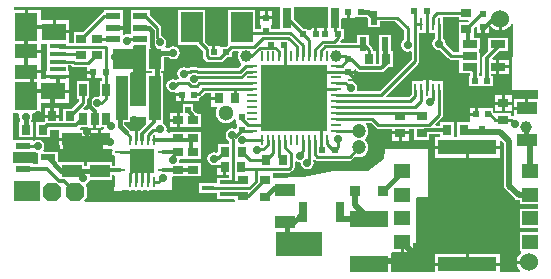
<source format=gtl>
%FSLAX25Y25*%
%MOIN*%
G70*
G01*
G75*
G04 Layer_Physical_Order=1*
G04 Layer_Color=255*
%ADD10R,0.02362X0.01969*%
%ADD11R,0.04331X0.01575*%
%ADD12R,0.01969X0.02362*%
%ADD13R,0.02953X0.07087*%
%ADD14R,0.03543X0.03543*%
%ADD15R,0.05118X0.02362*%
%ADD16R,0.07480X0.10236*%
%ADD17R,0.03150X0.03543*%
%ADD18R,0.03543X0.03150*%
%ADD19R,0.05118X0.02756*%
%ADD20R,0.12992X0.05512*%
%ADD21R,0.19685X0.04724*%
%ADD22R,0.05315X0.04724*%
%ADD23O,0.03543X0.00787*%
%ADD24O,0.00787X0.03543*%
%ADD25R,0.08071X0.08071*%
%ADD26R,0.02756X0.03543*%
%ADD27R,0.02362X0.04528*%
%ADD28R,0.06693X0.04331*%
%ADD29R,0.00984X0.04331*%
%ADD30R,0.03150X0.06693*%
%ADD31R,0.04724X0.02362*%
%ADD32R,0.02559X0.04331*%
%ADD33R,0.22441X0.22441*%
%ADD34O,0.03543X0.00984*%
%ADD35O,0.00984X0.03543*%
%ADD36R,0.04331X0.06693*%
%ADD37R,0.03543X0.02756*%
%ADD38R,0.03937X0.14961*%
%ADD39R,0.05433X0.01772*%
%ADD40R,0.08268X0.05807*%
%ADD41R,0.07874X0.05807*%
%ADD42R,0.07480X0.04626*%
%ADD43R,0.07480X0.09350*%
%ADD44C,0.01575*%
%ADD45C,0.00984*%
%ADD46C,0.01181*%
%ADD47C,0.01969*%
%ADD48R,0.07480X0.06890*%
%ADD49R,0.13780X0.06496*%
%ADD50C,0.06000*%
G04:AMPARAMS|DCode=51|XSize=59.06mil|YSize=59.06mil|CornerRadius=0mil|HoleSize=0mil|Usage=FLASHONLY|Rotation=90.000|XOffset=0mil|YOffset=0mil|HoleType=Round|Shape=Octagon|*
%AMOCTAGOND51*
4,1,8,0.01476,0.02953,-0.01476,0.02953,-0.02953,0.01476,-0.02953,-0.01476,-0.01476,-0.02953,0.01476,-0.02953,0.02953,-0.01476,0.02953,0.01476,0.01476,0.02953,0.0*
%
%ADD51OCTAGOND51*%

%ADD52C,0.04724*%
%ADD53R,0.09055X0.07087*%
%ADD54C,0.05118*%
%ADD55R,0.15748X0.07874*%
%ADD56C,0.02756*%
%ADD57C,0.03937*%
%ADD58C,0.01969*%
G36*
X12244Y-15748D02*
Y-18307D01*
Y-20866D01*
Y-22425D01*
X12032D01*
Y-23811D01*
X19465D01*
Y-22425D01*
X19252D01*
Y-20866D01*
Y-20497D01*
X20271D01*
X20479Y-20706D01*
X20903Y-20989D01*
X21402Y-21088D01*
X25398D01*
Y-22335D01*
X27579D01*
Y-22835D01*
X28079D01*
Y-24819D01*
X29760D01*
Y-24819D01*
X29902Y-24606D01*
X30487D01*
Y-25787D01*
X29724D01*
Y-30607D01*
X29338Y-30925D01*
X29037Y-30865D01*
X28192Y-31033D01*
X27476Y-31511D01*
X26997Y-32228D01*
X26829Y-33073D01*
X26997Y-33917D01*
X27402Y-34524D01*
X27228Y-35024D01*
X25772D01*
Y-35236D01*
X24545D01*
X24354Y-34774D01*
X25234Y-33895D01*
X25516Y-33472D01*
X25533Y-33389D01*
X25616Y-32972D01*
Y-31693D01*
X26378D01*
Y-25787D01*
X22244D01*
Y-31693D01*
X23006D01*
Y-32432D01*
X20498Y-34941D01*
X17618D01*
Y-39048D01*
X16256D01*
Y-38000D01*
X11500D01*
Y-39332D01*
X11443Y-39370D01*
X8465D01*
Y-44488D01*
X13189D01*
Y-41858D01*
X15747D01*
X16224Y-41913D01*
X16224Y-42358D01*
Y-44579D01*
X24917D01*
Y-41913D01*
X23367D01*
X23170Y-41443D01*
X23452Y-41142D01*
X25772D01*
Y-41354D01*
X27551D01*
Y-38189D01*
X28551D01*
Y-41354D01*
X30331D01*
Y-41142D01*
X31049D01*
X31210Y-41452D01*
X30913Y-41913D01*
X30323D01*
Y-45079D01*
Y-48244D01*
X33836D01*
X34103Y-48744D01*
X34022Y-48866D01*
X33914Y-49409D01*
X34022Y-49953D01*
X34330Y-50414D01*
X34752Y-50696D01*
X34749Y-54107D01*
X33957D01*
Y-52756D01*
X25689D01*
Y-54103D01*
X24705D01*
Y-52756D01*
X16437D01*
X16437Y-52756D01*
Y-52756D01*
X16029Y-52538D01*
X15748Y-52257D01*
Y-49213D01*
X11177D01*
X10910Y-48713D01*
X11194Y-48288D01*
X11362Y-47443D01*
X11194Y-46598D01*
X10715Y-45882D01*
X9999Y-45404D01*
X9154Y-45235D01*
X8309Y-45404D01*
X7980Y-45623D01*
X7480Y-45472D01*
Y-45472D01*
X7480Y-45472D01*
X1302D01*
X949Y-45118D01*
X975Y-36482D01*
X2704D01*
X3033Y-36982D01*
X2910Y-37598D01*
X3078Y-38443D01*
X3364Y-38870D01*
X3096Y-39370D01*
X2953D01*
Y-44488D01*
X7677D01*
Y-39370D01*
X6921D01*
Y-38798D01*
X7158Y-38443D01*
X7326Y-37598D01*
X7203Y-36982D01*
X7532Y-36482D01*
X10055D01*
Y-32939D01*
X13870D01*
Y-29035D01*
X14370D01*
Y-28535D01*
X19504D01*
Y-25132D01*
X19465D01*
Y-24811D01*
X12032D01*
Y-25132D01*
X10055D01*
Y-23039D01*
X5315D01*
Y-22039D01*
X10055D01*
Y-19226D01*
X10055D01*
Y-19160D01*
X10055D01*
Y-16346D01*
X5315D01*
Y-15347D01*
X10055D01*
Y-13254D01*
Y-13254D01*
X12244D01*
Y-15748D01*
D02*
G37*
G36*
X113118Y-4543D02*
X114799D01*
Y-4543D01*
X114941Y-4331D01*
X118792D01*
X119291Y-4830D01*
Y-7579D01*
X123228D01*
Y-5832D01*
X128298D01*
X131176Y-8710D01*
Y-11949D01*
X130919Y-12120D01*
X130441Y-12836D01*
X130272Y-13681D01*
X130441Y-14526D01*
X130919Y-15242D01*
X131635Y-15721D01*
X132480Y-15889D01*
X133235Y-15739D01*
X133735Y-16003D01*
Y-18456D01*
X123082Y-29109D01*
X115707D01*
X115444Y-28609D01*
X115594Y-27854D01*
X115426Y-27009D01*
X114947Y-26293D01*
X114231Y-25815D01*
X113386Y-25647D01*
X112970Y-25729D01*
X112794Y-25554D01*
X112560Y-25398D01*
X112712Y-24898D01*
X114681D01*
Y-23216D01*
X112697D01*
Y-22217D01*
X114681D01*
Y-21901D01*
X115143Y-21710D01*
X115357Y-21924D01*
X115643Y-22352D01*
X116099Y-22656D01*
X116637Y-22763D01*
X123652D01*
X124189Y-22656D01*
X124645Y-22352D01*
X126032Y-20965D01*
X127461D01*
Y-15846D01*
X126969D01*
Y-10335D01*
X123031D01*
Y-15846D01*
X122736D01*
Y-19953D01*
X121949D01*
Y-15846D01*
X120891D01*
Y-15453D01*
X120792Y-14954D01*
X120698Y-14813D01*
X120509Y-14530D01*
X119488Y-13509D01*
Y-10335D01*
X115551D01*
Y-12869D01*
X110101D01*
X109910Y-12408D01*
X110155Y-12163D01*
X110390Y-11811D01*
X111201D01*
Y-8268D01*
X110315D01*
Y-4993D01*
X110437Y-4543D01*
X112118D01*
Y-2559D01*
X113118D01*
Y-4543D01*
D02*
G37*
G36*
X149409Y-5315D02*
X152542D01*
X152729Y-5752D01*
X152440Y-6102D01*
X149409D01*
Y-10827D01*
X149686D01*
X149705Y-11319D01*
X149705Y-11319D01*
X149705Y-11319D01*
Y-15650D01*
Y-15920D01*
X147489D01*
X145061Y-13492D01*
X145121Y-13189D01*
X144953Y-12344D01*
X144474Y-11628D01*
X144218Y-11456D01*
Y-6594D01*
X144193Y-6469D01*
Y-4257D01*
X149409D01*
Y-5315D01*
D02*
G37*
G36*
X45374Y-38287D02*
D01*
Y-39469D01*
X45374Y-39469D01*
X45374D01*
X45207Y-39908D01*
X42907Y-42209D01*
X39891D01*
X39869Y-42102D01*
X39521Y-41581D01*
X38023Y-40083D01*
Y-39469D01*
X39862D01*
Y-38287D01*
Y-37598D01*
X45374D01*
Y-38287D01*
D02*
G37*
G36*
X45181Y-13645D02*
X45374Y-14075D01*
X45374D01*
X45374Y-14075D01*
Y-22343D01*
X47115D01*
Y-22933D01*
X45374D01*
Y-34154D01*
X40216D01*
X39862Y-33800D01*
Y-22933D01*
X40157Y-22555D01*
X40862D01*
Y-18709D01*
X37697D01*
Y-17709D01*
X40862D01*
Y-13862D01*
X41246Y-13583D01*
X45125D01*
X45181Y-13645D01*
D02*
G37*
G36*
X8309Y-49483D02*
X9055Y-49631D01*
Y-53150D01*
X8733Y-53516D01*
X7480D01*
Y-52953D01*
X1279D01*
X926Y-52599D01*
X936Y-49409D01*
X7480D01*
X7480Y-49409D01*
Y-49409D01*
X7980Y-49263D01*
X8309Y-49483D01*
D02*
G37*
G36*
X163787Y-8890D02*
X164332Y-8818D01*
X165305Y-8415D01*
X166140Y-7774D01*
X166781Y-6938D01*
X166901Y-6650D01*
X167401Y-6750D01*
X167323Y-28543D01*
X175886D01*
X175890Y-31225D01*
X175537Y-31579D01*
X172646D01*
Y-34744D01*
X172146D01*
Y-35244D01*
X167799D01*
Y-37036D01*
X167401Y-37314D01*
X167298Y-37285D01*
X166929Y-37036D01*
Y-36220D01*
X161811D01*
Y-36247D01*
X161374Y-36434D01*
X161024Y-36145D01*
Y-34744D01*
X157799D01*
X157711Y-34744D01*
X157299Y-34532D01*
X157231D01*
X157068Y-34532D01*
X155815D01*
Y-36713D01*
X155315D01*
Y-37213D01*
X153331D01*
Y-38870D01*
X153331Y-38894D01*
X153274Y-39370D01*
X148721D01*
Y-44472D01*
X147933D01*
Y-39370D01*
X143209D01*
Y-40623D01*
X141797D01*
X141606Y-40161D01*
X143836Y-37930D01*
X144119Y-37507D01*
X144135Y-37424D01*
X144218Y-37008D01*
Y-28642D01*
X144193Y-28516D01*
Y-25689D01*
X140469D01*
Y-25476D01*
X139476D01*
Y-28642D01*
X138476D01*
Y-25476D01*
X137484D01*
Y-25689D01*
X133760D01*
Y-28516D01*
X133735Y-28642D01*
Y-30063D01*
X132720Y-31077D01*
X125456D01*
X125265Y-30615D01*
X135962Y-19918D01*
X136245Y-19495D01*
X136344Y-18996D01*
Y-9547D01*
X137484D01*
Y-9760D01*
X138476D01*
Y-6594D01*
X139476D01*
Y-9760D01*
X140469D01*
Y-9547D01*
X141609D01*
Y-11456D01*
X141352Y-11628D01*
X140874Y-12344D01*
X140706Y-13189D01*
X140874Y-14034D01*
X141352Y-14750D01*
X142069Y-15229D01*
X142913Y-15397D01*
X143216Y-15337D01*
X146026Y-18147D01*
X146450Y-18430D01*
X146532Y-18446D01*
X146949Y-18529D01*
X149705D01*
Y-19390D01*
Y-23130D01*
X153230D01*
X153339Y-23239D01*
Y-23917D01*
X152776D01*
Y-27461D01*
X156567D01*
X156713Y-27461D01*
X156890D01*
X157067D01*
X157213Y-27461D01*
X161004D01*
Y-23917D01*
X160165D01*
Y-23343D01*
X162000D01*
Y-20965D01*
Y-18587D01*
X160856D01*
X160649Y-18087D01*
X163086Y-15650D01*
X165847D01*
Y-11319D01*
X159153D01*
Y-15608D01*
X157766Y-16996D01*
X157462Y-17451D01*
X157355Y-17989D01*
Y-23476D01*
X157093Y-23877D01*
X156855Y-23917D01*
X156713D01*
X156649D01*
X156149Y-23719D01*
Y-23130D01*
X156398D01*
Y-19390D01*
Y-15650D01*
Y-11319D01*
X154547D01*
X154528Y-10827D01*
X154528Y-10827D01*
X154528Y-10827D01*
Y-7991D01*
X155132Y-7386D01*
X155595Y-7577D01*
Y-9839D01*
X157079D01*
Y-7658D01*
X158079D01*
Y-9839D01*
X159563D01*
Y-7460D01*
X160063Y-7290D01*
X160435Y-7774D01*
X161270Y-8415D01*
X162243Y-8818D01*
X162787Y-8890D01*
Y-4921D01*
X163787D01*
Y-8890D01*
D02*
G37*
G36*
X121715Y-41178D02*
X122139Y-41461D01*
X122221Y-41478D01*
X122638Y-41561D01*
X127248D01*
Y-42512D01*
X132791D01*
Y-41561D01*
X134547D01*
Y-45374D01*
X139665D01*
Y-43433D01*
X143209D01*
Y-44472D01*
X141520D01*
Y-47335D01*
X163205D01*
Y-45842D01*
X163667Y-45650D01*
X164532Y-46516D01*
Y-60532D01*
X164670Y-61223D01*
X165061Y-61809D01*
X168113Y-64860D01*
X168699Y-65251D01*
X169390Y-65389D01*
X169783D01*
Y-66732D01*
X175947D01*
X175950Y-67953D01*
X175596Y-68307D01*
X169783D01*
Y-74606D01*
X175960D01*
X175962Y-75827D01*
X175609Y-76181D01*
X169783D01*
Y-82480D01*
X170189D01*
X170358Y-82980D01*
X169982Y-83269D01*
X169341Y-84105D01*
X168938Y-85078D01*
X168866Y-85622D01*
X172835D01*
Y-86622D01*
X168866D01*
X168938Y-87166D01*
X169341Y-88139D01*
X169977Y-88968D01*
X169953Y-89158D01*
X169847Y-89468D01*
X163205D01*
Y-87311D01*
X141520D01*
Y-89468D01*
X126984D01*
Y-83165D01*
X127017Y-82935D01*
X127375Y-82693D01*
X130209D01*
Y-79331D01*
X131209D01*
Y-82693D01*
X134366D01*
Y-79528D01*
X135138D01*
Y-64728D01*
X135495Y-64378D01*
X139370Y-64468D01*
X139272Y-48425D01*
X124803D01*
X124705Y-51673D01*
X119095Y-55709D01*
X107677D01*
X97721Y-57597D01*
X97295Y-57656D01*
X87762Y-58037D01*
X87402Y-57690D01*
Y-56398D01*
X87830Y-56226D01*
X92870D01*
X93286Y-56143D01*
X93369Y-56127D01*
X93792Y-55844D01*
X94427Y-55210D01*
X94709Y-54786D01*
X94726Y-54703D01*
X94809Y-54287D01*
Y-52628D01*
X95309Y-52361D01*
X95715Y-52633D01*
X96560Y-52801D01*
X96640Y-52785D01*
X96767Y-52911D01*
X96934Y-53756D01*
X97413Y-54472D01*
X98129Y-54951D01*
X98974Y-55119D01*
X99819Y-54951D01*
X100535Y-54472D01*
X101014Y-53756D01*
X101182Y-52911D01*
X101028Y-52139D01*
X101271Y-51897D01*
X101405Y-51808D01*
X101828Y-52091D01*
X102327Y-52190D01*
X113091D01*
X113507Y-52108D01*
X113590Y-52091D01*
X114013Y-51808D01*
X115036Y-50786D01*
X115320Y-50903D01*
X116142Y-51011D01*
X116964Y-50903D01*
X117730Y-50586D01*
X118388Y-50081D01*
X118893Y-49423D01*
X119210Y-48657D01*
X119318Y-47835D01*
X119210Y-47012D01*
X118893Y-46246D01*
X118388Y-45588D01*
X118114Y-45378D01*
Y-44878D01*
X118388Y-44668D01*
X118893Y-44010D01*
X119210Y-43244D01*
X119318Y-42421D01*
X119210Y-41599D01*
X118893Y-40833D01*
X118388Y-40175D01*
X118280Y-40092D01*
X118450Y-39592D01*
X120129D01*
X121715Y-41178D01*
D02*
G37*
G36*
X105787Y-8055D02*
X105441D01*
Y-10039D01*
X104441D01*
Y-8055D01*
X102760D01*
Y-8055D01*
X102252D01*
Y-10039D01*
X101252D01*
Y-8055D01*
X99571D01*
Y-8055D01*
X99429Y-8268D01*
X97731D01*
X94410Y-4946D01*
Y-984D01*
X105787D01*
Y-8055D01*
D02*
G37*
G36*
X89882Y-8243D02*
X87361D01*
X87008Y-7889D01*
Y-7327D01*
Y-7239D01*
X87221Y-6827D01*
Y-6730D01*
X87221Y-6557D01*
Y-5146D01*
X83252D01*
Y-6557D01*
X83252Y-6730D01*
Y-6827D01*
X83465Y-7239D01*
Y-7327D01*
Y-8243D01*
X81693D01*
Y-1870D01*
X72638D01*
Y-13588D01*
X71954Y-14272D01*
X70329D01*
X70329Y-14272D01*
X69917Y-14059D01*
X69917Y-14059D01*
X69917Y-14059D01*
D01*
X69446Y-14059D01*
X68236D01*
Y-16043D01*
X67236D01*
Y-14059D01*
X66317D01*
X64961Y-12702D01*
Y-1870D01*
X55905D01*
Y-13681D01*
X62249D01*
X64168Y-15599D01*
Y-17476D01*
X64251Y-17892D01*
X64267Y-17975D01*
X64550Y-18398D01*
X65184Y-19033D01*
X65607Y-19316D01*
X65690Y-19332D01*
X66107Y-19415D01*
X69961D01*
X70377Y-19332D01*
X70460Y-19316D01*
X70883Y-19033D01*
X72101Y-17815D01*
X73996D01*
Y-15920D01*
X74241Y-15675D01*
X75840D01*
X76077Y-16175D01*
X75858Y-16702D01*
X75764Y-17421D01*
X75858Y-18141D01*
X76136Y-18811D01*
X76578Y-19387D01*
X76937Y-19662D01*
X77032Y-20274D01*
X75973Y-21333D01*
X62788D01*
X62643Y-21237D01*
X62561Y-21220D01*
X62144Y-21138D01*
X60106D01*
X59607Y-21237D01*
X59462Y-21333D01*
X58935D01*
X58719Y-21189D01*
X57874Y-21021D01*
X57029Y-21189D01*
X56313Y-21667D01*
X55834Y-22384D01*
X55666Y-23228D01*
X55834Y-24073D01*
X56235Y-24673D01*
X56055Y-25173D01*
X55802D01*
X55303Y-25272D01*
X55226Y-25324D01*
X55077Y-25224D01*
X54232Y-25056D01*
X53387Y-25224D01*
X52671Y-25703D01*
X52193Y-26419D01*
X52025Y-27264D01*
X52193Y-28109D01*
X52671Y-28825D01*
X53387Y-29304D01*
X54232Y-29472D01*
X54799Y-29359D01*
X55299Y-29711D01*
Y-29815D01*
X57284D01*
Y-30315D01*
X57784D01*
Y-32496D01*
X59268D01*
Y-32496D01*
X59449Y-32283D01*
X62992D01*
Y-31188D01*
X63210Y-31144D01*
X63293Y-31128D01*
X63716Y-30845D01*
X64812Y-29750D01*
X66815D01*
Y-30996D01*
X69390D01*
Y-31996D01*
X66815D01*
Y-34268D01*
X68815D01*
X69036Y-34716D01*
X69026Y-34730D01*
X68688Y-35544D01*
X68573Y-36417D01*
X68688Y-37291D01*
X69026Y-38105D01*
X69562Y-38804D01*
X70261Y-39340D01*
X71075Y-39678D01*
X71949Y-39793D01*
X72822Y-39678D01*
X73637Y-39340D01*
X74335Y-38804D01*
X74681Y-38354D01*
X75181Y-38523D01*
Y-39996D01*
X75181D01*
X75394Y-40138D01*
Y-41487D01*
X74953Y-41722D01*
X74864Y-41663D01*
X74019Y-41495D01*
X73175Y-41663D01*
X72458Y-42142D01*
X71980Y-42858D01*
X71812Y-43703D01*
X71980Y-44548D01*
X72458Y-45264D01*
X73006Y-45630D01*
Y-46654D01*
X69193D01*
Y-49224D01*
X68872Y-49457D01*
X68693Y-49524D01*
X67917Y-49369D01*
X67072Y-49538D01*
X66356Y-50016D01*
X65877Y-50732D01*
X65709Y-51577D01*
X65877Y-52422D01*
X66356Y-53139D01*
X67072Y-53617D01*
X67917Y-53785D01*
X68382Y-53693D01*
X68432Y-53732D01*
X71457D01*
Y-54232D01*
X71957D01*
Y-57004D01*
X73006D01*
Y-57874D01*
X68799D01*
Y-59342D01*
X68799Y-59842D01*
X62894D01*
Y-62992D01*
X68799D01*
X68799Y-63492D01*
Y-64961D01*
X74705D01*
X74902Y-65379D01*
Y-65945D01*
X24767D01*
X24576Y-65483D01*
X25394Y-64665D01*
Y-60925D01*
X25152Y-60684D01*
X25295Y-60120D01*
X25873Y-59733D01*
X26352Y-59017D01*
X26423Y-58661D01*
X33957D01*
Y-57070D01*
X34360Y-56998D01*
X34747Y-57343D01*
X34744Y-60039D01*
X34547Y-62205D01*
X39494Y-62175D01*
X39862Y-62248D01*
X40254Y-62170D01*
X41404Y-62163D01*
X41831Y-62248D01*
X42284Y-62157D01*
X43314Y-62151D01*
X43799Y-62248D01*
X44315Y-62145D01*
X45224Y-62140D01*
X45768Y-62248D01*
X46312Y-62140D01*
X46340Y-62120D01*
X53839Y-61992D01*
Y-57834D01*
X54192Y-57480D01*
X57866D01*
X58366Y-57480D01*
Y-57480D01*
X58366Y-57480D01*
X58366Y-57480D01*
X58366Y-57480D01*
X58366D01*
Y-57480D01*
X58366Y-57480D01*
X63484D01*
Y-53150D01*
X58866D01*
X58366Y-53150D01*
Y-53150D01*
X58366Y-53150D01*
X58366Y-53150D01*
X58366Y-53150D01*
X58366D01*
Y-53150D01*
X58366Y-53150D01*
X56407D01*
X56296Y-52941D01*
X56190Y-52650D01*
X56344Y-51873D01*
X56589Y-51575D01*
X57866D01*
X58366Y-51575D01*
Y-51575D01*
X58366Y-51575D01*
X58366Y-51575D01*
X58366Y-51575D01*
X58366D01*
Y-51575D01*
X58366Y-51575D01*
X63484D01*
Y-47743D01*
X63484Y-47244D01*
X63485Y-47243D01*
X63485Y-47243D01*
X63583Y-46850D01*
X63583Y-46850D01*
X63583Y-46850D01*
X63583Y-46785D01*
Y-42520D01*
X58465D01*
X58465Y-42520D01*
D01*
X58464Y-42520D01*
X58464Y-42520D01*
X57965Y-42520D01*
X53347D01*
Y-42787D01*
X52885Y-42979D01*
X52114Y-42209D01*
X52043Y-42122D01*
X52101Y-41831D01*
X51933Y-40986D01*
X51455Y-40270D01*
X50978Y-39951D01*
X50886Y-39469D01*
X50886D01*
X50886Y-39469D01*
Y-22933D01*
X50326D01*
Y-22343D01*
X51279D01*
Y-17846D01*
X52836D01*
X53486Y-18280D01*
X54331Y-18448D01*
X55176Y-18280D01*
X55892Y-17801D01*
X56370Y-17085D01*
X56538Y-16240D01*
X56370Y-15395D01*
X55892Y-14679D01*
X55176Y-14200D01*
X54331Y-14032D01*
X53486Y-14200D01*
X52836Y-14635D01*
X51783D01*
X51515Y-14134D01*
X51845Y-13641D01*
X52013Y-12796D01*
X51845Y-11951D01*
X51367Y-11235D01*
X50651Y-10756D01*
X50224Y-10671D01*
Y-8086D01*
X50142Y-7670D01*
X50125Y-7587D01*
X49842Y-7164D01*
X46457Y-3778D01*
Y-2165D01*
X40157D01*
Y-6102D01*
Y-9788D01*
X40058Y-9900D01*
X39658Y-10133D01*
X38978Y-9997D01*
X38133Y-10166D01*
X38043Y-10226D01*
X37614Y-9911D01*
Y-8374D01*
X34252D01*
Y-7374D01*
X37614D01*
Y-5693D01*
X37402D01*
Y-2165D01*
X31102D01*
Y-2829D01*
X30686Y-2912D01*
X30603Y-2929D01*
X30180Y-3211D01*
X24139Y-9252D01*
X21063D01*
Y-12967D01*
X19504D01*
Y-9850D01*
X14567D01*
Y-9350D01*
X14067D01*
Y-5447D01*
X10055D01*
Y-1904D01*
X5815D01*
Y-7579D01*
X4815D01*
Y-1904D01*
X1434D01*
X1081Y-1550D01*
X1083Y-1083D01*
X1123Y-984D01*
X89882D01*
Y-8243D01*
D02*
G37*
%LPC*%
G36*
X29323Y-41913D02*
X25476D01*
Y-44579D01*
X29323D01*
Y-41913D01*
D02*
G37*
G36*
X129520Y-43512D02*
X127248D01*
Y-45587D01*
X129520D01*
Y-43512D01*
D02*
G37*
G36*
X132791D02*
X130520D01*
Y-45587D01*
X132791D01*
Y-43512D01*
D02*
G37*
G36*
X151862Y-83449D02*
X141520D01*
Y-86311D01*
X151862D01*
Y-83449D01*
D02*
G37*
G36*
X61024Y-33465D02*
X57480D01*
Y-36402D01*
X56406D01*
Y-38780D01*
Y-41157D01*
X58677D01*
Y-40945D01*
X63583D01*
Y-36614D01*
X62286D01*
X62155Y-36417D01*
X62017Y-36211D01*
X61024Y-35218D01*
Y-33465D01*
D02*
G37*
G36*
X55405Y-39279D02*
X53134D01*
Y-41157D01*
X55405D01*
Y-39279D01*
D02*
G37*
G36*
X163205Y-83449D02*
X152862D01*
Y-86311D01*
X163205D01*
Y-83449D01*
D02*
G37*
G36*
Y-48335D02*
X152862D01*
Y-51197D01*
X163205D01*
Y-48335D01*
D02*
G37*
G36*
X151862D02*
X141520D01*
Y-51197D01*
X151862D01*
Y-48335D01*
D02*
G37*
G36*
X70957Y-54732D02*
X68882D01*
Y-57004D01*
X70957D01*
Y-54732D01*
D02*
G37*
G36*
X29323Y-45579D02*
X25476D01*
Y-48244D01*
X29323D01*
Y-45579D01*
D02*
G37*
G36*
X24917D02*
X21071D01*
Y-48244D01*
X24917D01*
Y-45579D01*
D02*
G37*
G36*
X20071D02*
X16224D01*
Y-48244D01*
X20071D01*
Y-45579D01*
D02*
G37*
G36*
X55405Y-36402D02*
X53134D01*
Y-38280D01*
X55405D01*
Y-36402D01*
D02*
G37*
G36*
X27079Y-23335D02*
X25398D01*
Y-24819D01*
X27079D01*
Y-23335D01*
D02*
G37*
G36*
X166059Y-21465D02*
X163000D01*
Y-23343D01*
X166059D01*
Y-21465D01*
D02*
G37*
G36*
X167142Y-30496D02*
X164870D01*
Y-32571D01*
X167142D01*
Y-30496D01*
D02*
G37*
G36*
X56783Y-30815D02*
X55299D01*
Y-32496D01*
X56783D01*
Y-30815D01*
D02*
G37*
G36*
X84736Y-2465D02*
X83252D01*
Y-4146D01*
X84736D01*
Y-2465D01*
D02*
G37*
G36*
X87221D02*
X85736D01*
Y-4146D01*
X87221D01*
Y-2465D01*
D02*
G37*
G36*
X166059Y-18587D02*
X163000D01*
Y-20465D01*
X166059D01*
Y-18587D01*
D02*
G37*
G36*
X19504Y-5447D02*
X15067D01*
Y-8850D01*
X19504D01*
Y-5447D01*
D02*
G37*
G36*
X154815Y-34532D02*
X153331D01*
Y-36213D01*
X154815D01*
Y-34532D01*
D02*
G37*
G36*
X163870Y-33571D02*
X161598D01*
Y-35646D01*
X163870D01*
Y-33571D01*
D02*
G37*
G36*
X13378Y-34728D02*
X11500D01*
Y-37000D01*
X13378D01*
Y-34728D01*
D02*
G37*
G36*
X16256D02*
X14378D01*
Y-37000D01*
X16256D01*
Y-34728D01*
D02*
G37*
G36*
X19504Y-29535D02*
X14870D01*
Y-32939D01*
X19504D01*
Y-29535D01*
D02*
G37*
G36*
X163870Y-30496D02*
X161598D01*
Y-32571D01*
X163870D01*
Y-30496D01*
D02*
G37*
G36*
X167142Y-33571D02*
X164870D01*
Y-35646D01*
X167142D01*
Y-33571D01*
D02*
G37*
G36*
X171646Y-31579D02*
X167799D01*
Y-34244D01*
X171646D01*
Y-31579D01*
D02*
G37*
%LPD*%
D10*
X116909Y-2559D02*
D03*
X112618D02*
D03*
X91319Y-13681D02*
D03*
X87028D02*
D03*
X154744Y-25689D02*
D03*
X159035D02*
D03*
X27579Y-22835D02*
D03*
X31870D02*
D03*
X67736Y-16043D02*
D03*
X72027D02*
D03*
X138760Y-2264D02*
D03*
X134468D02*
D03*
X108248Y-48819D02*
D03*
X103957D02*
D03*
X104941Y-10039D02*
D03*
X109232D02*
D03*
X97461Y-10039D02*
D03*
X101752D02*
D03*
D11*
X71752Y-63386D02*
D03*
Y-59449D02*
D03*
X65847Y-61417D02*
D03*
D12*
X77165Y-42106D02*
D03*
Y-37815D02*
D03*
X157579Y-7658D02*
D03*
Y-3366D02*
D03*
X85236Y-4646D02*
D03*
Y-8937D02*
D03*
X112697Y-22716D02*
D03*
Y-18425D02*
D03*
X59252Y-35433D02*
D03*
X57284Y-30315D02*
D03*
X61221D02*
D03*
X157283Y-41831D02*
D03*
X155315Y-36713D02*
D03*
X159252D02*
D03*
D13*
X108051Y-4528D02*
D03*
X92146D02*
D03*
D14*
X124311Y-62500D02*
D03*
X114862D02*
D03*
D15*
X4134Y-47441D02*
D03*
Y-54921D02*
D03*
X12402Y-51181D02*
D03*
D16*
X60433Y-7776D02*
D03*
X77165D02*
D03*
D17*
X85335Y-52067D02*
D03*
X90847D02*
D03*
X74902Y-31496D02*
D03*
X69390D02*
D03*
X145571Y-41929D02*
D03*
X151083D02*
D03*
X77067Y-49213D02*
D03*
X71555D02*
D03*
X119587Y-18406D02*
D03*
X125098D02*
D03*
X76968Y-54232D02*
D03*
X71457D02*
D03*
X5315Y-41929D02*
D03*
X10827D02*
D03*
D18*
X164370Y-33071D02*
D03*
Y-38583D02*
D03*
X151969Y-8465D02*
D03*
Y-2953D02*
D03*
X137106Y-37500D02*
D03*
Y-43012D02*
D03*
X130020Y-37500D02*
D03*
Y-43012D02*
D03*
X23622Y-17126D02*
D03*
Y-11614D02*
D03*
X28839D02*
D03*
Y-17126D02*
D03*
X84842Y-64272D02*
D03*
Y-58760D02*
D03*
X77461Y-58661D02*
D03*
Y-64173D02*
D03*
D19*
X162500Y-13484D02*
D03*
Y-20965D02*
D03*
X153051D02*
D03*
Y-17224D02*
D03*
Y-13484D02*
D03*
D20*
X119488Y-86713D02*
D03*
Y-71752D02*
D03*
D21*
X152362Y-86811D02*
D03*
Y-47835D02*
D03*
D22*
X173228Y-79331D02*
D03*
Y-71457D02*
D03*
Y-63583D02*
D03*
Y-55709D02*
D03*
X130709D02*
D03*
Y-63583D02*
D03*
Y-71457D02*
D03*
Y-79331D02*
D03*
D23*
X36713Y-49409D02*
D03*
Y-55315D02*
D03*
X50886D02*
D03*
Y-49409D02*
D03*
D24*
X39862Y-59449D02*
D03*
X41831D02*
D03*
X43799D02*
D03*
X45768D02*
D03*
X47736D02*
D03*
Y-45276D02*
D03*
X45768D02*
D03*
X43799D02*
D03*
X41831D02*
D03*
X39862D02*
D03*
D25*
X43799Y-52362D02*
D03*
D26*
X19783Y-37500D02*
D03*
X13878D02*
D03*
D27*
X117520Y-13386D02*
D03*
X125000D02*
D03*
X121260Y-4528D02*
D03*
D28*
X91437Y-72638D02*
D03*
Y-62008D02*
D03*
X29823Y-55709D02*
D03*
Y-45079D02*
D03*
X20571Y-55709D02*
D03*
Y-45079D02*
D03*
X172146Y-45374D02*
D03*
Y-34744D02*
D03*
D29*
X142913Y-28642D02*
D03*
X140945D02*
D03*
X138976D02*
D03*
X137008D02*
D03*
X135039D02*
D03*
Y-6594D02*
D03*
X137008D02*
D03*
X138976D02*
D03*
X140945D02*
D03*
X142913D02*
D03*
D30*
X109744Y-69488D02*
D03*
X97539D02*
D03*
D31*
X43307Y-4134D02*
D03*
Y-7874D02*
D03*
Y-11614D02*
D03*
X34252D02*
D03*
Y-7874D02*
D03*
Y-4134D02*
D03*
D32*
X24311Y-38189D02*
D03*
X28051D02*
D03*
X31791D02*
D03*
Y-28740D02*
D03*
X24311D02*
D03*
D33*
X94587Y-31398D02*
D03*
D34*
X108563Y-20571D02*
D03*
Y-22539D02*
D03*
Y-24508D02*
D03*
Y-26476D02*
D03*
Y-28445D02*
D03*
Y-30413D02*
D03*
Y-32382D02*
D03*
Y-34350D02*
D03*
Y-36319D02*
D03*
Y-38287D02*
D03*
Y-40256D02*
D03*
Y-42224D02*
D03*
X80610D02*
D03*
Y-40256D02*
D03*
Y-38287D02*
D03*
Y-36319D02*
D03*
Y-34350D02*
D03*
Y-32382D02*
D03*
Y-30413D02*
D03*
Y-28445D02*
D03*
Y-26476D02*
D03*
Y-24508D02*
D03*
Y-22539D02*
D03*
Y-20571D02*
D03*
D35*
X105413Y-45374D02*
D03*
X103445D02*
D03*
X101476D02*
D03*
X99508D02*
D03*
X97539D02*
D03*
X95571D02*
D03*
X93602D02*
D03*
X91634D02*
D03*
X89665D02*
D03*
X87697D02*
D03*
X85728D02*
D03*
X83760D02*
D03*
Y-17421D02*
D03*
X85728D02*
D03*
X87697D02*
D03*
X89665D02*
D03*
X91634D02*
D03*
X93602D02*
D03*
X95571D02*
D03*
X97539D02*
D03*
X99508D02*
D03*
X101476D02*
D03*
X103445D02*
D03*
X105413D02*
D03*
D36*
X48327Y-18209D02*
D03*
X37697D02*
D03*
D37*
X60925Y-55315D02*
D03*
Y-49409D02*
D03*
X61024Y-38780D02*
D03*
Y-44685D02*
D03*
X55807Y-49409D02*
D03*
Y-55315D02*
D03*
X55905Y-44685D02*
D03*
Y-38780D02*
D03*
D38*
X48130Y-31201D02*
D03*
X37106D02*
D03*
D39*
X15748Y-19193D02*
D03*
Y-16634D02*
D03*
Y-21752D02*
D03*
Y-24311D02*
D03*
Y-14075D02*
D03*
D40*
X14370Y-29035D02*
D03*
D41*
X14567Y-9350D02*
D03*
D42*
X5315Y-22539D02*
D03*
Y-15846D02*
D03*
D43*
Y-7579D02*
D03*
Y-30807D02*
D03*
D44*
X119291Y-2559D02*
X121260Y-4528D01*
X116909Y-2559D02*
X119291D01*
X36417Y-40748D02*
Y-30906D01*
X48327Y-18209D02*
X50295Y-16240D01*
X54331D01*
X48327Y-17028D02*
Y-15214D01*
X47050Y-13937D02*
Y-8861D01*
Y-13937D02*
X48327Y-15214D01*
X91437Y-72638D02*
X94390D01*
X97539Y-69488D01*
X124311Y-62500D02*
X130709Y-56102D01*
Y-55709D01*
X46063Y-7874D02*
X47050Y-8861D01*
X43307Y-7874D02*
X46063D01*
X18209Y-55709D02*
X20571D01*
X29626D02*
X29823Y-55512D01*
X20571Y-55709D02*
X29626D01*
X12402Y-51181D02*
X16929Y-55709D01*
X5118Y-37598D02*
X5315Y-37795D01*
Y-41240D02*
Y-37795D01*
X3150Y-59744D02*
X8957D01*
X36417Y-40748D02*
X38386Y-42717D01*
X96260Y-79921D02*
X96457Y-79724D01*
X92224Y-75886D02*
Y-72835D01*
Y-75886D02*
X96260Y-79921D01*
X48720Y-31201D02*
Y-18602D01*
X84842Y-64272D02*
X87795Y-61319D01*
X90748D01*
X125000Y-18287D02*
Y-13386D01*
X172047Y-45866D02*
Y-41043D01*
D45*
X75000Y-28445D02*
X80610D01*
X64272D02*
X75000D01*
X74902Y-28543D02*
X75000Y-28445D01*
X74902Y-31201D02*
Y-28543D01*
X74794Y-44478D02*
X77165Y-42106D01*
X92699Y-11201D02*
X95571Y-14073D01*
X84247Y-11201D02*
X92699D01*
X81077Y-14370D02*
X84247Y-11201D01*
X73701Y-14370D02*
X81077D01*
X93272Y-9547D02*
X97539Y-13815D01*
X80413Y-9547D02*
X93272D01*
X77953Y-7087D02*
X80413Y-9547D01*
X113091Y-50886D02*
X116142Y-47835D01*
X102327Y-50886D02*
X113091D01*
X101476Y-50035D02*
Y-45374D01*
Y-50035D02*
X102327Y-50886D01*
X49316Y-59449D02*
X50888Y-57877D01*
X47736Y-59449D02*
X49316D01*
X29037Y-33073D02*
X30236D01*
X31791Y-31517D01*
X19783Y-37500D02*
X24311Y-32972D01*
Y-28740D01*
X31791Y-31517D02*
Y-28740D01*
X49806Y-12796D02*
Y-12205D01*
X105413Y-46579D02*
Y-45374D01*
Y-46579D02*
X107653Y-48819D01*
X108248D01*
X109252Y-47815D01*
Y-45177D01*
X82139Y-48290D02*
X84351D01*
X77362Y-45374D02*
X83760D01*
X62794Y-29923D02*
X64272Y-28445D01*
X61613Y-29923D02*
X62794D01*
X62144Y-27363D02*
X63030Y-26478D01*
X60106Y-27363D02*
X62144D01*
Y-22442D02*
X62340Y-22638D01*
X60106Y-22442D02*
X62144D01*
X59910Y-22638D02*
X60106Y-22442D01*
X58465Y-22638D02*
X59910D01*
X57874Y-23228D02*
X58465Y-22638D01*
X63030Y-26478D02*
X77127D01*
X59220D02*
X60106Y-27363D01*
X55802Y-26478D02*
X59220D01*
X54232Y-28047D02*
X55802Y-26478D01*
X54232Y-28047D02*
Y-27264D01*
X61125Y-24903D02*
X61520Y-24508D01*
X61221Y-30315D02*
X61613Y-29923D01*
X61520Y-24508D02*
X76870D01*
X77362Y-45374D02*
X77370Y-45382D01*
X74410Y-59449D02*
X76673D01*
X71752D02*
X74410D01*
X74311Y-59350D02*
Y-44961D01*
Y-59350D02*
X74410Y-59449D01*
X76673D02*
X77461Y-58661D01*
X81791Y-54921D02*
X92870D01*
X77658D02*
X81791D01*
Y-59208D02*
Y-54921D01*
X79582Y-61417D02*
X81791Y-59208D01*
X65847Y-61417D02*
X79582D01*
X76968Y-54232D02*
X77658Y-54921D01*
X77284Y-42224D02*
X80610D01*
X77165Y-42106D02*
X77284Y-42224D01*
X79072Y-40256D02*
X80610D01*
X77165Y-38349D02*
X79072Y-40256D01*
X77165Y-38607D02*
Y-38349D01*
X76513Y-22638D02*
X78580Y-20571D01*
X62340Y-22638D02*
X76513D01*
X65472Y-17476D02*
Y-15059D01*
X62795Y-12382D02*
Y-10138D01*
Y-12382D02*
X65472Y-15059D01*
X72027Y-16043D02*
X73701Y-14370D01*
X69961Y-18110D02*
X72027Y-16043D01*
X66107Y-18110D02*
X69961D01*
X65472Y-17476D02*
X66107Y-18110D01*
X76870Y-24508D02*
X78839Y-22539D01*
X77129Y-26476D02*
X80610D01*
X77127Y-26478D02*
X77129Y-26476D01*
X83108Y-14567D02*
X88349D01*
X89457Y-15619D02*
X89665Y-15827D01*
X89272Y-15619D02*
X89457D01*
X89272D02*
Y-15489D01*
X88349Y-14567D02*
X89272Y-15489D01*
X80253Y-17421D02*
X83108Y-14567D01*
X78543Y-17421D02*
X80253D01*
X95571D02*
Y-14073D01*
X97539Y-17421D02*
Y-13815D01*
X92146Y-4528D02*
X99508Y-11890D01*
Y-17421D02*
Y-11890D01*
X108051Y-8858D02*
Y-4528D01*
X104170Y-12599D02*
X107873D01*
X108051Y-8858D02*
X109232Y-10039D01*
Y-11240D02*
Y-10039D01*
X107873Y-12599D02*
X109232Y-11240D01*
X91634Y-28445D02*
Y-17421D01*
X91516Y-13976D02*
X91634Y-14095D01*
Y-17421D02*
Y-14095D01*
X89665Y-17421D02*
Y-15827D01*
X101476Y-17421D02*
Y-15157D01*
X101611D02*
X104170Y-12599D01*
X101476Y-15157D02*
X101611D01*
X138760Y-2264D02*
X138976Y-2480D01*
Y-6594D02*
Y-2480D01*
X134468Y-2264D02*
X135039Y-2835D01*
Y-6594D02*
Y-2835D01*
X114193Y-24213D02*
X125098D01*
X108563Y-22539D02*
X113091D01*
X112697Y-22716D02*
X114193Y-24213D01*
X113704Y-18425D02*
X116637Y-21358D01*
X112697Y-18425D02*
X113704D01*
X108563Y-20571D02*
X110551D01*
X108667Y-17225D02*
X111497D01*
X112697Y-18425D01*
X110551Y-20571D02*
X112697Y-18425D01*
X104822Y-14174D02*
X116731D01*
X117520Y-13386D01*
X103445Y-15551D02*
X104822Y-14174D01*
X103445Y-48307D02*
X103957Y-48819D01*
X103445Y-48307D02*
Y-45374D01*
X43307Y-4134D02*
X44967D01*
X48920Y-8086D01*
Y-11319D02*
Y-8086D01*
Y-11319D02*
X49806Y-12205D01*
X77067Y-49213D02*
X79921Y-52067D01*
X85335D01*
X4136Y-47443D02*
X9154D01*
X23622Y-11614D02*
X31102Y-4134D01*
X34252D01*
X39569Y-11614D02*
X43307D01*
X38978Y-12205D02*
X39569Y-11614D01*
X78580Y-20571D02*
X80610D01*
X78839Y-22539D02*
X80610D01*
X103445Y-17421D02*
Y-15551D01*
X85335Y-52067D02*
X87697Y-49705D01*
X89665Y-50886D02*
Y-45374D01*
Y-50886D02*
X90847Y-52067D01*
X91634Y-47977D02*
Y-45374D01*
X92870Y-54921D02*
X93504Y-54287D01*
Y-49847D01*
X91634Y-47977D02*
X93504Y-49847D01*
X98974Y-52911D02*
X99508Y-52378D01*
Y-45374D01*
X96560Y-50094D02*
X97539Y-49114D01*
X96560Y-50593D02*
Y-50094D01*
X97539Y-49114D02*
Y-45374D01*
X135925Y-36319D02*
X137106Y-37500D01*
X108563Y-36319D02*
X135925D01*
X90256Y-35728D02*
X94587Y-31398D01*
X85925Y-40059D02*
X90256Y-35728D01*
X85728Y-40256D02*
X85925Y-40059D01*
X80610Y-40256D02*
X85728D01*
X91634Y-28445D02*
X94587Y-31398D01*
X103248Y-22736D02*
X103445Y-22539D01*
X98917Y-27067D02*
X103248Y-22736D01*
X103445Y-22539D02*
X108563D01*
X103445Y-45374D02*
Y-40256D01*
X115945Y-42224D02*
X116142Y-42421D01*
X108563Y-42224D02*
X115945D01*
X97539Y-28445D02*
X108563D01*
X94587Y-31398D02*
X97539Y-28445D01*
X98917Y-27067D01*
X111872Y-26476D02*
X112364Y-26969D01*
X112500D01*
X113386Y-27854D01*
X108563Y-26476D02*
X111872D01*
X142913Y-37008D02*
Y-28642D01*
X140945Y-32087D02*
Y-28642D01*
X135039Y-6594D02*
X137008D01*
X138976Y-16634D02*
Y-6594D01*
X138091Y-17520D02*
X138976Y-16634D01*
Y-28642D02*
Y-18406D01*
X138091Y-17520D02*
X138976Y-18406D01*
X47785Y-37978D02*
Y-37549D01*
X122638Y-40256D02*
X139665D01*
X142913Y-37008D01*
X108563Y-30413D02*
X123622D01*
X135039Y-18996D01*
Y-6594D01*
X119587Y-18406D02*
Y-15453D01*
X117520Y-13386D02*
X119587Y-15453D01*
X45768Y-45276D02*
Y-43701D01*
X47441Y-42028D01*
X49696D01*
X49893Y-41831D01*
X39862Y-45276D02*
Y-44193D01*
X38386Y-42717D02*
X39862Y-44193D01*
X41831Y-45276D02*
Y-41437D01*
X40846Y-49409D02*
X41634Y-50197D01*
X36713Y-49409D02*
X40846D01*
X39862Y-59449D02*
Y-56299D01*
X41634Y-54528D01*
X41831Y-59449D02*
Y-54331D01*
X43799Y-59449D02*
Y-56496D01*
X43799Y-56496D02*
X43799Y-56496D01*
X43799Y-52362D02*
X43799Y-52362D01*
X43799Y-56496D02*
Y-52756D01*
Y-52362D01*
X41831Y-54331D02*
X43799Y-52362D01*
Y-52756D02*
X45079Y-54035D01*
X45768Y-59449D02*
Y-54724D01*
X45965Y-54528D01*
X140945Y-6594D02*
Y-4232D01*
X142224Y-2953D01*
X151969D01*
X142913Y-13189D02*
Y-6594D01*
Y-13189D02*
X146949Y-17224D01*
X152559D01*
X121260Y-4528D02*
X128839D01*
X132480Y-8169D01*
Y-13681D02*
Y-8169D01*
X159252Y-36713D02*
X159744D01*
X161614Y-38583D01*
X164370D01*
X166929D02*
X168209Y-39862D01*
X164370Y-38583D02*
X166929D01*
X85728Y-46912D02*
Y-45374D01*
X84351Y-48290D02*
X85728Y-46912D01*
X87697Y-49705D02*
Y-45374D01*
X108563Y-38287D02*
X120669D01*
X122638Y-40256D01*
X134843Y-34350D02*
X137008Y-32185D01*
X108563Y-34350D02*
X134843D01*
X137008Y-32185D02*
Y-28642D01*
X133261Y-32382D02*
X135039Y-30603D01*
Y-28642D01*
X108563Y-32382D02*
X133261D01*
X16142Y-14272D02*
Y-14075D01*
Y-16634D02*
X23130D01*
X16142Y-19193D02*
X20811D01*
X21402Y-19783D01*
X25842D01*
X28500Y-17126D01*
X28839D01*
Y-11614D02*
X34252D01*
X31988Y-23228D02*
Y-14272D01*
X31693Y-23524D02*
X31988Y-23228D01*
X16142Y-14272D02*
X31988D01*
X31791Y-28740D02*
Y-23622D01*
X31693Y-23524D02*
X31791Y-23622D01*
D46*
X151971Y-47835D02*
X152362D01*
X61024Y-38780D02*
Y-37205D01*
X59252Y-35433D02*
X61024Y-37205D01*
X27579Y-30588D02*
Y-22835D01*
X26478Y-31689D02*
X27579Y-30588D01*
X27977Y-35631D02*
X28051D01*
X26478Y-34133D02*
Y-31689D01*
Y-34133D02*
X27977Y-35631D01*
X28051Y-38189D02*
Y-35631D01*
X152559Y-20965D02*
X152805Y-21211D01*
X154744Y-25689D02*
Y-22658D01*
X153051Y-20965D02*
X154744Y-22658D01*
X158760Y-25413D02*
Y-17989D01*
Y-25413D02*
X159035Y-25689D01*
X69488Y-51279D02*
X71555Y-49213D01*
X68214Y-51279D02*
X69488D01*
X67917Y-51577D02*
X68214Y-51279D01*
X76673Y-63386D02*
X77461Y-64173D01*
X71752Y-63386D02*
X76673D01*
X79429Y-64173D02*
X84842Y-58760D01*
X79331Y-64173D02*
X79429D01*
X13878Y-29921D02*
X14764Y-29035D01*
X15748Y-27657D02*
Y-24311D01*
X5315Y-15846D02*
Y-7579D01*
Y-22539D02*
Y-15846D01*
X12795Y-7579D02*
X14567Y-9350D01*
X5315Y-7579D02*
X12795D01*
X5315Y-22539D02*
X7087Y-24311D01*
Y-29035D02*
Y-24311D01*
Y-29035D02*
X14370D01*
X12303Y-40453D02*
X22047D01*
X10827Y-41929D02*
X12303Y-40453D01*
X29823Y-55512D02*
X36516D01*
X4134Y-54921D02*
X12202D01*
X17913Y-59055D02*
X21654Y-62795D01*
X16336Y-59055D02*
X17913D01*
X12202Y-54921D02*
X16336Y-59055D01*
X34252Y-7874D02*
X38976D01*
X157579Y-8465D02*
X161122Y-4921D01*
X157579Y-15551D02*
Y-8465D01*
X55807Y-49409D02*
X55807Y-49409D01*
X54137Y-51080D02*
X55807Y-49409D01*
X54137Y-51873D02*
Y-51080D01*
X53647Y-52362D02*
X54137Y-51873D01*
X47736Y-45276D02*
X59547D01*
X60138Y-45866D01*
Y-49409D02*
Y-45866D01*
X50886Y-49409D02*
X55807D01*
X162500Y-14249D02*
Y-13484D01*
X162992D01*
X158760Y-17989D02*
X162500Y-14249D01*
X138091Y-42028D02*
X145177D01*
X137106Y-43012D02*
X138091Y-42028D01*
X123652Y-21358D02*
X125098Y-19912D01*
Y-18406D01*
X116637Y-21358D02*
X123652D01*
X43799Y-43303D02*
X47785Y-39317D01*
Y-37978D01*
X43799Y-45276D02*
Y-43303D01*
X152559Y-7972D02*
X157579Y-2953D01*
X152559Y-13484D02*
Y-7972D01*
X50886Y-55315D02*
X60138D01*
X60138Y-55315D01*
X13878Y-37500D02*
Y-29921D01*
X22047Y-40453D02*
X24311Y-38189D01*
X27461Y-38780D02*
X28051Y-38189D01*
D47*
X109843Y-70866D02*
X110728Y-71752D01*
X119488D01*
X114862Y-67126D02*
X119488Y-71752D01*
X114862Y-67126D02*
Y-62500D01*
X119685Y-85728D02*
X131988D01*
X132776Y-84941D01*
X136319D01*
X130709Y-79331D02*
X136319Y-84941D01*
X173228Y-55709D02*
Y-47047D01*
X172047Y-45866D02*
X173228Y-47047D01*
X169390Y-63583D02*
X173228D01*
X166339Y-60532D02*
X169390Y-63583D01*
X151279Y-42618D02*
X163189D01*
X166339Y-45768D01*
Y-60532D02*
Y-45768D01*
D48*
X37894Y-18504D02*
D03*
D49*
X24114Y-47047D02*
D03*
D50*
X172835Y-86122D02*
D03*
X163287Y-4921D02*
D03*
D51*
X21654Y-62795D02*
D03*
X13878Y-62697D02*
D03*
D52*
X116142Y-42421D02*
D03*
Y-47835D02*
D03*
D53*
X5709Y-62303D02*
D03*
D54*
X71949Y-36417D02*
D03*
D55*
X96260Y-79921D02*
D03*
D56*
X50888Y-57877D02*
D03*
X42520Y-19783D02*
D03*
X42618Y-16043D02*
D03*
X29037Y-33073D02*
D03*
X33565Y-40848D02*
D03*
X14567Y-9350D02*
D03*
X54331Y-16240D02*
D03*
X49806Y-12796D02*
D03*
X51968Y-9252D02*
D03*
X109252Y-45177D02*
D03*
X74019Y-43703D02*
D03*
X67917Y-51577D02*
D03*
X67815Y-38583D02*
D03*
X54232Y-27264D02*
D03*
X57874Y-23228D02*
D03*
X61125Y-24903D02*
D03*
X52264Y-35138D02*
D03*
X77370Y-45382D02*
D03*
X73425Y-20177D02*
D03*
X64961Y-53445D02*
D03*
X165059Y-69488D02*
D03*
X141732Y-54331D02*
D03*
X161713Y-53937D02*
D03*
X165059Y-78839D02*
D03*
X82336Y-48684D02*
D03*
X5315Y-15748D02*
D03*
Y-22539D02*
D03*
X14665Y-30315D02*
D03*
X33366Y-45866D02*
D03*
X15256Y-47736D02*
D03*
X25492Y-42815D02*
D03*
X24312Y-58172D02*
D03*
X130118Y-29429D02*
D03*
X4429Y-50886D02*
D03*
X20079Y-50197D02*
D03*
X30512Y-50098D02*
D03*
X24705Y-50197D02*
D03*
X9154Y-47443D02*
D03*
X5118Y-37598D02*
D03*
X65256Y-45571D02*
D03*
X38978Y-12205D02*
D03*
X42421Y-28937D02*
D03*
X34843Y-17815D02*
D03*
X98974Y-52911D02*
D03*
X96560Y-50593D02*
D03*
X131004Y-17717D02*
D03*
X54137Y-51873D02*
D03*
X121063Y-46063D02*
D03*
X151279Y-27461D02*
D03*
X145669Y-27559D02*
D03*
X145768Y-33661D02*
D03*
X151378Y-33760D02*
D03*
X112598Y-11417D02*
D03*
X52067Y-2559D02*
D03*
X99606Y-7185D02*
D03*
X69390Y-3740D02*
D03*
X42323Y-32382D02*
D03*
X113386Y-27854D02*
D03*
X15157Y-2953D02*
D03*
X123228Y-49803D02*
D03*
X157677Y-31398D02*
D03*
X136319Y-87598D02*
D03*
X165059D02*
D03*
X173917Y-30118D02*
D03*
X144980Y-20866D02*
D03*
X146752Y-8268D02*
D03*
X42224Y-41043D02*
D03*
X117323Y-7677D02*
D03*
X139829Y-32776D02*
D03*
X138091Y-17520D02*
D03*
X157579Y-15551D02*
D03*
X26083Y-2657D02*
D03*
X125098Y-24213D02*
D03*
X38976Y-7874D02*
D03*
X49893Y-41831D02*
D03*
X43898Y-39272D02*
D03*
X9350Y-36909D02*
D03*
X57480Y-58760D02*
D03*
X41339Y-38583D02*
D03*
X132480Y-13681D02*
D03*
X142913Y-13189D02*
D03*
X168209Y-39862D02*
D03*
X85925Y-40059D02*
D03*
Y-35728D02*
D03*
Y-31398D02*
D03*
Y-27067D02*
D03*
Y-22736D02*
D03*
X90256Y-40059D02*
D03*
Y-35728D02*
D03*
Y-31398D02*
D03*
Y-27067D02*
D03*
Y-22736D02*
D03*
X94587Y-40059D02*
D03*
Y-35728D02*
D03*
Y-31398D02*
D03*
Y-27067D02*
D03*
Y-22736D02*
D03*
X98917Y-40059D02*
D03*
Y-35728D02*
D03*
Y-31398D02*
D03*
Y-27067D02*
D03*
Y-22736D02*
D03*
X103248Y-40059D02*
D03*
Y-35728D02*
D03*
Y-31398D02*
D03*
Y-27067D02*
D03*
Y-22736D02*
D03*
D57*
X108667Y-17225D02*
D03*
X172047Y-41043D02*
D03*
X78543Y-17421D02*
D03*
D58*
X41634Y-50197D02*
D03*
X45965D02*
D03*
X41634Y-54528D02*
D03*
X45965D02*
D03*
M02*

</source>
